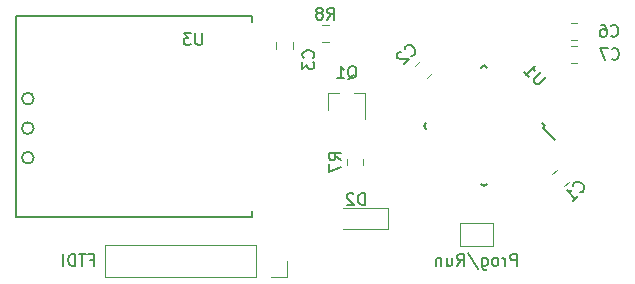
<source format=gbr>
%TF.GenerationSoftware,KiCad,Pcbnew,(5.1.9-0-10_14)*%
%TF.CreationDate,2021-08-19T07:46:10+02:00*%
%TF.ProjectId,HB-SCI-x-MSP,48422d53-4349-42d7-982d-4d53502e6b69,rev?*%
%TF.SameCoordinates,Original*%
%TF.FileFunction,Legend,Bot*%
%TF.FilePolarity,Positive*%
%FSLAX46Y46*%
G04 Gerber Fmt 4.6, Leading zero omitted, Abs format (unit mm)*
G04 Created by KiCad (PCBNEW (5.1.9-0-10_14)) date 2021-08-19 07:46:10*
%MOMM*%
%LPD*%
G01*
G04 APERTURE LIST*
%ADD10C,0.120000*%
%ADD11C,0.150000*%
G04 APERTURE END LIST*
D10*
%TO.C,C7*%
X90708748Y-38820000D02*
X91231252Y-38820000D01*
X90708748Y-40240000D02*
X91231252Y-40240000D01*
%TO.C,C6*%
X90708748Y-36890000D02*
X91231252Y-36890000D01*
X90708748Y-38310000D02*
X91231252Y-38310000D01*
%TO.C,JP1*%
X81300000Y-53800000D02*
X81300000Y-55800000D01*
X84100000Y-53800000D02*
X81300000Y-53800000D01*
X84100000Y-55800000D02*
X84100000Y-53800000D01*
X81300000Y-55800000D02*
X84100000Y-55800000D01*
%TO.C,J2*%
X51270000Y-58360000D02*
X51270000Y-55700000D01*
X64030000Y-58360000D02*
X51270000Y-58360000D01*
X64030000Y-55700000D02*
X51270000Y-55700000D01*
X64030000Y-58360000D02*
X64030000Y-55700000D01*
X65300000Y-58360000D02*
X66630000Y-58360000D01*
X66630000Y-58360000D02*
X66630000Y-57030000D01*
D11*
%TO.C,U3*%
X63700000Y-53300000D02*
X63700000Y-52800000D01*
X63700000Y-36300000D02*
X63700000Y-36800000D01*
X45200000Y-48300000D02*
G75*
G03*
X45200000Y-48300000I-500000J0D01*
G01*
X45200000Y-43300000D02*
G75*
G03*
X45200000Y-43300000I-500000J0D01*
G01*
X45200000Y-45800000D02*
G75*
G03*
X45200000Y-45800000I-500000J0D01*
G01*
X63700000Y-36300000D02*
X43700000Y-36300000D01*
X43700000Y-36300000D02*
X43700000Y-53300000D01*
X43700000Y-53300000D02*
X63700000Y-53300000D01*
%TO.C,U1*%
X88297425Y-45769099D02*
X89305052Y-46776726D01*
X83330000Y-40483476D02*
X83559810Y-40713286D01*
X78203476Y-45610000D02*
X78433286Y-45839810D01*
X83330000Y-50736524D02*
X83100190Y-50506714D01*
X88456524Y-45610000D02*
X88226714Y-45380190D01*
X83330000Y-50736524D02*
X83559810Y-50506714D01*
X78203476Y-45610000D02*
X78433286Y-45380190D01*
X83330000Y-40483476D02*
X83100190Y-40713286D01*
X88456524Y-45610000D02*
X88297425Y-45769099D01*
D10*
%TO.C,R8*%
X70161252Y-38510000D02*
X69638748Y-38510000D01*
X70161252Y-37090000D02*
X69638748Y-37090000D01*
%TO.C,R7*%
X73110000Y-48413748D02*
X73110000Y-48936252D01*
X71690000Y-48413748D02*
X71690000Y-48936252D01*
%TO.C,Q1*%
X70120000Y-42840000D02*
X70120000Y-44300000D01*
X73280000Y-42840000D02*
X73280000Y-45000000D01*
X73280000Y-42840000D02*
X72350000Y-42840000D01*
X70120000Y-42840000D02*
X71050000Y-42840000D01*
%TO.C,D2*%
X75180000Y-54350000D02*
X71380000Y-54350000D01*
X75180000Y-52550000D02*
X75180000Y-54350000D01*
X71380000Y-52550000D02*
X75180000Y-52550000D01*
%TO.C,C3*%
X67110000Y-38538748D02*
X67110000Y-39061252D01*
X65690000Y-38538748D02*
X65690000Y-39061252D01*
%TO.C,C2*%
X77513221Y-40507487D02*
X77882687Y-40138021D01*
X78517313Y-41511579D02*
X78886779Y-41142113D01*
%TO.C,C1*%
X90117313Y-50686779D02*
X90486779Y-50317313D01*
X89113221Y-49682687D02*
X89482687Y-49313221D01*
%TO.C,C7*%
D11*
X94136666Y-39937142D02*
X94184285Y-39984761D01*
X94327142Y-40032380D01*
X94422380Y-40032380D01*
X94565238Y-39984761D01*
X94660476Y-39889523D01*
X94708095Y-39794285D01*
X94755714Y-39603809D01*
X94755714Y-39460952D01*
X94708095Y-39270476D01*
X94660476Y-39175238D01*
X94565238Y-39080000D01*
X94422380Y-39032380D01*
X94327142Y-39032380D01*
X94184285Y-39080000D01*
X94136666Y-39127619D01*
X93803333Y-39032380D02*
X93136666Y-39032380D01*
X93565238Y-40032380D01*
%TO.C,C6*%
X94076666Y-37957142D02*
X94124285Y-38004761D01*
X94267142Y-38052380D01*
X94362380Y-38052380D01*
X94505238Y-38004761D01*
X94600476Y-37909523D01*
X94648095Y-37814285D01*
X94695714Y-37623809D01*
X94695714Y-37480952D01*
X94648095Y-37290476D01*
X94600476Y-37195238D01*
X94505238Y-37100000D01*
X94362380Y-37052380D01*
X94267142Y-37052380D01*
X94124285Y-37100000D01*
X94076666Y-37147619D01*
X93219523Y-37052380D02*
X93410000Y-37052380D01*
X93505238Y-37100000D01*
X93552857Y-37147619D01*
X93648095Y-37290476D01*
X93695714Y-37480952D01*
X93695714Y-37861904D01*
X93648095Y-37957142D01*
X93600476Y-38004761D01*
X93505238Y-38052380D01*
X93314761Y-38052380D01*
X93219523Y-38004761D01*
X93171904Y-37957142D01*
X93124285Y-37861904D01*
X93124285Y-37623809D01*
X93171904Y-37528571D01*
X93219523Y-37480952D01*
X93314761Y-37433333D01*
X93505238Y-37433333D01*
X93600476Y-37480952D01*
X93648095Y-37528571D01*
X93695714Y-37623809D01*
%TO.C,JP1*%
X86104761Y-57452380D02*
X86104761Y-56452380D01*
X85723809Y-56452380D01*
X85628571Y-56500000D01*
X85580952Y-56547619D01*
X85533333Y-56642857D01*
X85533333Y-56785714D01*
X85580952Y-56880952D01*
X85628571Y-56928571D01*
X85723809Y-56976190D01*
X86104761Y-56976190D01*
X85104761Y-57452380D02*
X85104761Y-56785714D01*
X85104761Y-56976190D02*
X85057142Y-56880952D01*
X85009523Y-56833333D01*
X84914285Y-56785714D01*
X84819047Y-56785714D01*
X84342857Y-57452380D02*
X84438095Y-57404761D01*
X84485714Y-57357142D01*
X84533333Y-57261904D01*
X84533333Y-56976190D01*
X84485714Y-56880952D01*
X84438095Y-56833333D01*
X84342857Y-56785714D01*
X84200000Y-56785714D01*
X84104761Y-56833333D01*
X84057142Y-56880952D01*
X84009523Y-56976190D01*
X84009523Y-57261904D01*
X84057142Y-57357142D01*
X84104761Y-57404761D01*
X84200000Y-57452380D01*
X84342857Y-57452380D01*
X83152380Y-56785714D02*
X83152380Y-57595238D01*
X83200000Y-57690476D01*
X83247619Y-57738095D01*
X83342857Y-57785714D01*
X83485714Y-57785714D01*
X83580952Y-57738095D01*
X83152380Y-57404761D02*
X83247619Y-57452380D01*
X83438095Y-57452380D01*
X83533333Y-57404761D01*
X83580952Y-57357142D01*
X83628571Y-57261904D01*
X83628571Y-56976190D01*
X83580952Y-56880952D01*
X83533333Y-56833333D01*
X83438095Y-56785714D01*
X83247619Y-56785714D01*
X83152380Y-56833333D01*
X81961904Y-56404761D02*
X82819047Y-57690476D01*
X81057142Y-57452380D02*
X81390476Y-56976190D01*
X81628571Y-57452380D02*
X81628571Y-56452380D01*
X81247619Y-56452380D01*
X81152380Y-56500000D01*
X81104761Y-56547619D01*
X81057142Y-56642857D01*
X81057142Y-56785714D01*
X81104761Y-56880952D01*
X81152380Y-56928571D01*
X81247619Y-56976190D01*
X81628571Y-56976190D01*
X80200000Y-56785714D02*
X80200000Y-57452380D01*
X80628571Y-56785714D02*
X80628571Y-57309523D01*
X80580952Y-57404761D01*
X80485714Y-57452380D01*
X80342857Y-57452380D01*
X80247619Y-57404761D01*
X80200000Y-57357142D01*
X79723809Y-56785714D02*
X79723809Y-57452380D01*
X79723809Y-56880952D02*
X79676190Y-56833333D01*
X79580952Y-56785714D01*
X79438095Y-56785714D01*
X79342857Y-56833333D01*
X79295238Y-56928571D01*
X79295238Y-57452380D01*
%TO.C,J2*%
X49976190Y-56928571D02*
X50309523Y-56928571D01*
X50309523Y-57452380D02*
X50309523Y-56452380D01*
X49833333Y-56452380D01*
X49595238Y-56452380D02*
X49023809Y-56452380D01*
X49309523Y-57452380D02*
X49309523Y-56452380D01*
X48690476Y-57452380D02*
X48690476Y-56452380D01*
X48452380Y-56452380D01*
X48309523Y-56500000D01*
X48214285Y-56595238D01*
X48166666Y-56690476D01*
X48119047Y-56880952D01*
X48119047Y-57023809D01*
X48166666Y-57214285D01*
X48214285Y-57309523D01*
X48309523Y-57404761D01*
X48452380Y-57452380D01*
X48690476Y-57452380D01*
X47690476Y-57452380D02*
X47690476Y-56452380D01*
%TO.C,U3*%
X59461904Y-37752380D02*
X59461904Y-38561904D01*
X59414285Y-38657142D01*
X59366666Y-38704761D01*
X59271428Y-38752380D01*
X59080952Y-38752380D01*
X58985714Y-38704761D01*
X58938095Y-38657142D01*
X58890476Y-38561904D01*
X58890476Y-37752380D01*
X58509523Y-37752380D02*
X57890476Y-37752380D01*
X58223809Y-38133333D01*
X58080952Y-38133333D01*
X57985714Y-38180952D01*
X57938095Y-38228571D01*
X57890476Y-38323809D01*
X57890476Y-38561904D01*
X57938095Y-38657142D01*
X57985714Y-38704761D01*
X58080952Y-38752380D01*
X58366666Y-38752380D01*
X58461904Y-38704761D01*
X58509523Y-38657142D01*
%TO.C,U1*%
X88533969Y-41483526D02*
X87961549Y-42055946D01*
X87860534Y-42089618D01*
X87793190Y-42089618D01*
X87692175Y-42055946D01*
X87557488Y-41921259D01*
X87523816Y-41820244D01*
X87523816Y-41752900D01*
X87557488Y-41651885D01*
X88129908Y-41079465D01*
X86715694Y-41079465D02*
X87119755Y-41483526D01*
X86917725Y-41281496D02*
X87624831Y-40574389D01*
X87591160Y-40742748D01*
X87591160Y-40877435D01*
X87624831Y-40978450D01*
%TO.C,R8*%
X70066666Y-36602380D02*
X70400000Y-36126190D01*
X70638095Y-36602380D02*
X70638095Y-35602380D01*
X70257142Y-35602380D01*
X70161904Y-35650000D01*
X70114285Y-35697619D01*
X70066666Y-35792857D01*
X70066666Y-35935714D01*
X70114285Y-36030952D01*
X70161904Y-36078571D01*
X70257142Y-36126190D01*
X70638095Y-36126190D01*
X69495238Y-36030952D02*
X69590476Y-35983333D01*
X69638095Y-35935714D01*
X69685714Y-35840476D01*
X69685714Y-35792857D01*
X69638095Y-35697619D01*
X69590476Y-35650000D01*
X69495238Y-35602380D01*
X69304761Y-35602380D01*
X69209523Y-35650000D01*
X69161904Y-35697619D01*
X69114285Y-35792857D01*
X69114285Y-35840476D01*
X69161904Y-35935714D01*
X69209523Y-35983333D01*
X69304761Y-36030952D01*
X69495238Y-36030952D01*
X69590476Y-36078571D01*
X69638095Y-36126190D01*
X69685714Y-36221428D01*
X69685714Y-36411904D01*
X69638095Y-36507142D01*
X69590476Y-36554761D01*
X69495238Y-36602380D01*
X69304761Y-36602380D01*
X69209523Y-36554761D01*
X69161904Y-36507142D01*
X69114285Y-36411904D01*
X69114285Y-36221428D01*
X69161904Y-36126190D01*
X69209523Y-36078571D01*
X69304761Y-36030952D01*
%TO.C,R7*%
X71202380Y-48508333D02*
X70726190Y-48175000D01*
X71202380Y-47936904D02*
X70202380Y-47936904D01*
X70202380Y-48317857D01*
X70250000Y-48413095D01*
X70297619Y-48460714D01*
X70392857Y-48508333D01*
X70535714Y-48508333D01*
X70630952Y-48460714D01*
X70678571Y-48413095D01*
X70726190Y-48317857D01*
X70726190Y-47936904D01*
X70202380Y-48841666D02*
X70202380Y-49508333D01*
X71202380Y-49079761D01*
%TO.C,Q1*%
X71795238Y-41647619D02*
X71890476Y-41600000D01*
X71985714Y-41504761D01*
X72128571Y-41361904D01*
X72223809Y-41314285D01*
X72319047Y-41314285D01*
X72271428Y-41552380D02*
X72366666Y-41504761D01*
X72461904Y-41409523D01*
X72509523Y-41219047D01*
X72509523Y-40885714D01*
X72461904Y-40695238D01*
X72366666Y-40600000D01*
X72271428Y-40552380D01*
X72080952Y-40552380D01*
X71985714Y-40600000D01*
X71890476Y-40695238D01*
X71842857Y-40885714D01*
X71842857Y-41219047D01*
X71890476Y-41409523D01*
X71985714Y-41504761D01*
X72080952Y-41552380D01*
X72271428Y-41552380D01*
X70890476Y-41552380D02*
X71461904Y-41552380D01*
X71176190Y-41552380D02*
X71176190Y-40552380D01*
X71271428Y-40695238D01*
X71366666Y-40790476D01*
X71461904Y-40838095D01*
%TO.C,D2*%
X73218095Y-52302380D02*
X73218095Y-51302380D01*
X72980000Y-51302380D01*
X72837142Y-51350000D01*
X72741904Y-51445238D01*
X72694285Y-51540476D01*
X72646666Y-51730952D01*
X72646666Y-51873809D01*
X72694285Y-52064285D01*
X72741904Y-52159523D01*
X72837142Y-52254761D01*
X72980000Y-52302380D01*
X73218095Y-52302380D01*
X72265714Y-51397619D02*
X72218095Y-51350000D01*
X72122857Y-51302380D01*
X71884761Y-51302380D01*
X71789523Y-51350000D01*
X71741904Y-51397619D01*
X71694285Y-51492857D01*
X71694285Y-51588095D01*
X71741904Y-51730952D01*
X72313333Y-52302380D01*
X71694285Y-52302380D01*
%TO.C,C3*%
X68857142Y-39833333D02*
X68904761Y-39785714D01*
X68952380Y-39642857D01*
X68952380Y-39547619D01*
X68904761Y-39404761D01*
X68809523Y-39309523D01*
X68714285Y-39261904D01*
X68523809Y-39214285D01*
X68380952Y-39214285D01*
X68190476Y-39261904D01*
X68095238Y-39309523D01*
X68000000Y-39404761D01*
X67952380Y-39547619D01*
X67952380Y-39642857D01*
X68000000Y-39785714D01*
X68047619Y-39833333D01*
X67952380Y-40166666D02*
X67952380Y-40785714D01*
X68333333Y-40452380D01*
X68333333Y-40595238D01*
X68380952Y-40690476D01*
X68428571Y-40738095D01*
X68523809Y-40785714D01*
X68761904Y-40785714D01*
X68857142Y-40738095D01*
X68904761Y-40690476D01*
X68952380Y-40595238D01*
X68952380Y-40309523D01*
X68904761Y-40214285D01*
X68857142Y-40166666D01*
%TO.C,C2*%
X77170389Y-39659487D02*
X77237732Y-39659487D01*
X77372419Y-39592143D01*
X77439763Y-39524800D01*
X77507106Y-39390112D01*
X77507106Y-39255425D01*
X77473435Y-39154410D01*
X77372419Y-38986051D01*
X77271404Y-38885036D01*
X77103045Y-38784021D01*
X77002030Y-38750349D01*
X76867343Y-38750349D01*
X76732656Y-38817693D01*
X76665312Y-38885036D01*
X76597969Y-39019723D01*
X76597969Y-39087067D01*
X76328595Y-39356441D02*
X76261251Y-39356441D01*
X76160236Y-39390112D01*
X75991877Y-39558471D01*
X75958206Y-39659487D01*
X75958206Y-39726830D01*
X75991877Y-39827845D01*
X76059221Y-39895189D01*
X76193908Y-39962532D01*
X77002030Y-39962532D01*
X76564297Y-40400265D01*
%TO.C,C1*%
X91470389Y-51234687D02*
X91537732Y-51234687D01*
X91672419Y-51167343D01*
X91739763Y-51100000D01*
X91807106Y-50965312D01*
X91807106Y-50830625D01*
X91773435Y-50729610D01*
X91672419Y-50561251D01*
X91571404Y-50460236D01*
X91403045Y-50359221D01*
X91302030Y-50325549D01*
X91167343Y-50325549D01*
X91032656Y-50392893D01*
X90965312Y-50460236D01*
X90897969Y-50594923D01*
X90897969Y-50662267D01*
X90864297Y-51975465D02*
X91268358Y-51571404D01*
X91066328Y-51773435D02*
X90359221Y-51066328D01*
X90527580Y-51100000D01*
X90662267Y-51100000D01*
X90763282Y-51066328D01*
%TD*%
M02*

</source>
